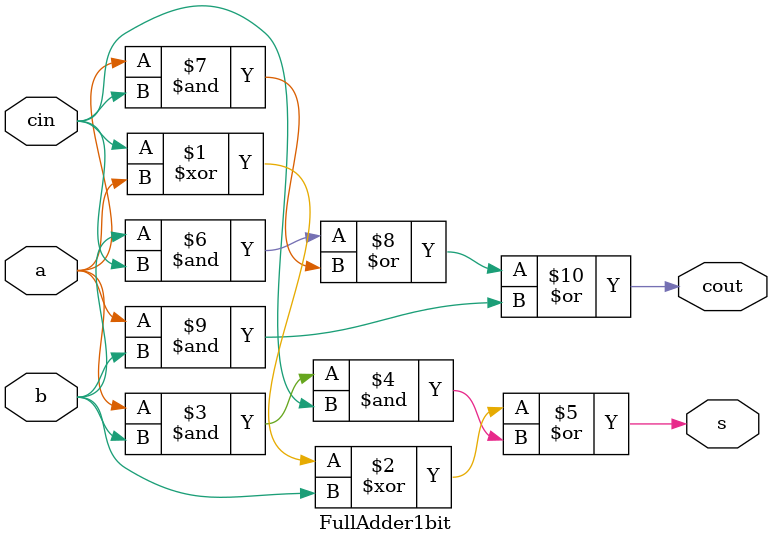
<source format=v>
module FullAdder1bit(a, b, cin, s, cout);
    // 3C7 LabD 2010
    // a and b are the bits to add
    // cin is carry in
    input wire a, b, cin;
  
    // s is the sum of a and b. cout is any carry out bit
    // wires since just using assign here
    output wire s, cout;

    // logic for sum and carry
    assign s = (cin ^ a ^ b) | (a & b & cin);
    //assign s = 0;
    assign cout = (b & cin) | (a & cin) | (a & b); 
    //assign cout = 1;
  
endmodule

</source>
